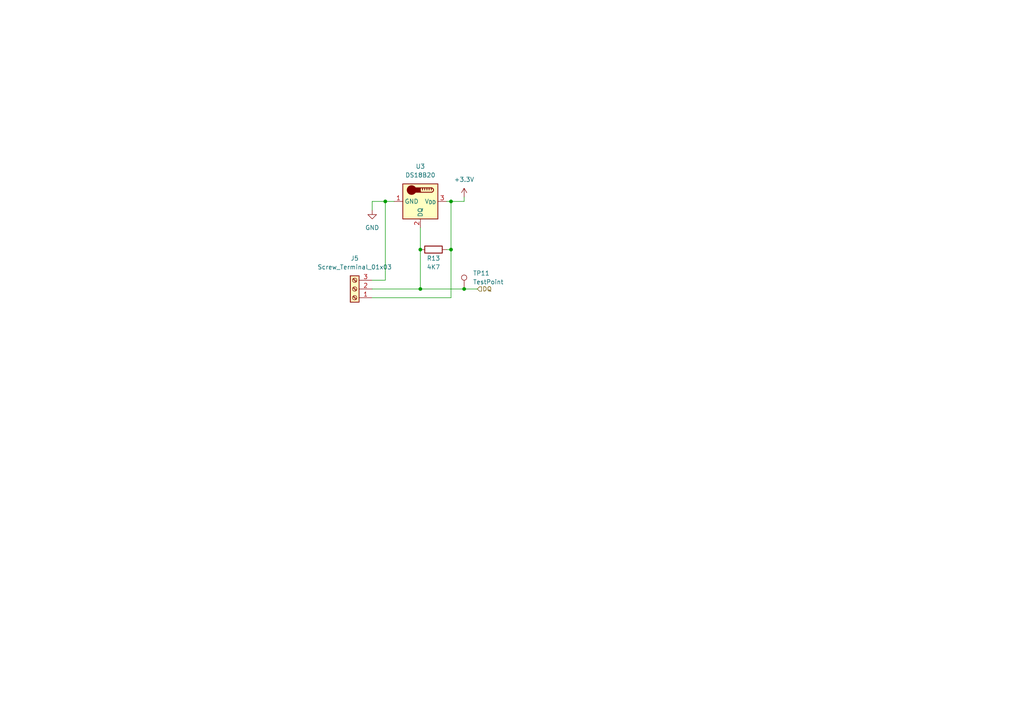
<source format=kicad_sch>
(kicad_sch (version 20230121) (generator eeschema)
  (paper "A4")
  (lib_symbols
    (symbol "Connector:Screw_Terminal_01x03" (pin_names (offset 1.016) hide)
      (property "Reference" "J" (at 0 5.08 0))
      (property "Value" "Screw_Terminal_01x03" (at 0 -5.08 0))
      (symbol "Screw_Terminal_01x03_1_1"
        (rectangle (start -1.27 3.81) (end 1.27 -3.81) (stroke (width 0.254)) (fill (type background)))
        (circle (center 0 -2.54) (radius 0.635) (stroke (width 0.1524)))
        (polyline (pts (xy -0.5334 -2.2098) (xy 0.3302 -3.048)) (stroke (width 0.1524)))
        (polyline (pts (xy -0.5334 0.3302) (xy 0.3302 -0.508)) (stroke (width 0.1524)))
        (polyline (pts (xy -0.5334 2.8702) (xy 0.3302 2.032)) (stroke (width 0.1524)))
        (polyline (pts (xy -0.3556 -2.032) (xy 0.508 -2.8702)) (stroke (width 0.1524)))
        (polyline (pts (xy -0.3556 0.508) (xy 0.508 -0.3302)) (stroke (width 0.1524)))
        (polyline (pts (xy -0.3556 3.048) (xy 0.508 2.2098)) (stroke (width 0.1524)))
        (circle (center 0 0) (radius 0.635) (stroke (width 0.1524)))
        (circle (center 0 2.54) (radius 0.635) (stroke (width 0.1524)))
        (pin passive line (at -5.08 2.54 0) (length 3.81) (name "Pin_1") (number "1"))
        (pin passive line (at -5.08 0 0) (length 3.81) (name "Pin_2") (number "2"))
        (pin passive line (at -5.08 -2.54 0) (length 3.81) (name "Pin_3") (number "3"))
      )
    )
    (symbol "Connector:TestPoint" (pin_numbers hide) (pin_names (offset 0.762) hide)
      (property "Reference" "TP" (at 0 6.858 0))
      (property "Value" "TestPoint" (at 0 5.08 0))
      (symbol "TestPoint_0_1"
        (circle (center 0 3.302) (radius 0.762))
      )
      (symbol "TestPoint_1_1"
        (pin passive line (at 0 0 90) (length 2.54) (name "1") (number "1"))
      )
    )
    (symbol "Device:R" (pin_numbers hide) (pin_names (offset 0))
      (property "Reference" "R" (at 2.032 0 90))
      (property "Value" "R" (at 0 0 90))
      (symbol "R_0_1"
        (rectangle (start -1.016 -2.54) (end 1.016 2.54) (stroke (width 0.254)))
      )
      (symbol "R_1_1"
        (pin passive line (at 0 3.81 270) (length 1.27) (name "~") (number "1"))
        (pin passive line (at 0 -3.81 90) (length 1.27) (name "~") (number "2"))
      )
    )
    (symbol "Sensor_Temperature:DS18B20"
      (property "Reference" "U" (at -3.81 6.35 0))
      (property "Value" "DS18B20" (at 6.35 6.35 0))
      (symbol "DS18B20_0_1"
        (rectangle (start -5.08 5.08) (end 5.08 -5.08) (stroke (width 0.254)) (fill (type background)))
        (circle (center -3.302 -2.54) (radius 1.27) (stroke (width 0.254)) (fill (type outline)))
        (rectangle (start -2.667 -1.905) (end -3.937 0) (stroke (width 0.254)) (fill (type outline)))
        (arc (start -2.667 3.175) (mid -3.302 3.8073) (end -3.937 3.175) (stroke (width 0.254)))
        (polyline (pts (xy -3.937 0.635) (xy -3.302 0.635)) (stroke (width 0.254)))
        (polyline (pts (xy -3.937 1.27) (xy -3.302 1.27)) (stroke (width 0.254)))
        (polyline (pts (xy -3.937 1.905) (xy -3.302 1.905)) (stroke (width 0.254)))
        (polyline (pts (xy -3.937 2.54) (xy -3.302 2.54)) (stroke (width 0.254)))
        (polyline (pts (xy -3.937 3.175) (xy -3.937 0)) (stroke (width 0.254)))
        (polyline (pts (xy -3.937 3.175) (xy -3.302 3.175)) (stroke (width 0.254)))
        (polyline (pts (xy -2.667 3.175) (xy -2.667 0)) (stroke (width 0.254)))
      )
      (symbol "DS18B20_1_1"
        (pin power_in line (at 0 -7.62 90) (length 2.54) (name "GND") (number "1"))
        (pin bidirectional line (at 7.62 0 180) (length 2.54) (name "DQ") (number "2"))
        (pin power_in line (at 0 7.62 270) (length 2.54) (name "V_{DD}") (number "3"))
      )
    )
    (symbol "power:+3.3V" (power) (pin_names (offset 0))
      (property "Value" "+3.3V" (at 0 3.556 0))
      (symbol "+3.3V_0_1"
        (polyline (pts (xy -0.762 1.27) (xy 0 2.54)))
        (polyline (pts (xy 0 0) (xy 0 2.54)))
        (polyline (pts (xy 0 2.54) (xy 0.762 1.27)))
      )
      (symbol "+3.3V_1_1"
        (pin power_in line (at 0 0 90) (length 0) hide (name "+3.3V") (number "1"))
      )
    )
    (symbol "power:GND" (power) (pin_names (offset 0))
      (property "Value" "GND" (at 0 -3.81 0))
      (symbol "GND_0_1"
        (polyline (pts (xy 0 0) (xy 0 -1.27) (xy 1.27 -1.27) (xy 0 -2.54) (xy -1.27 -1.27) (xy 0 -1.27)))
      )
      (symbol "GND_1_1"
        (pin power_in line (at 0 0 270) (length 0) hide (name "GND") (number "1"))
      )
    )
  )
  (junction (at 111.76 58.42))
  (junction (at 130.81 58.42))
  (junction (at 134.62 83.82))
  (junction (at 121.92 83.82))
  (junction (at 121.92 72.39))
  (junction (at 130.81 72.39))
  (wire (pts (xy 134.62 58.42) (xy 130.81 58.42)))
  (wire (pts (xy 121.92 72.39) (xy 121.92 83.82)))
  (wire (pts (xy 134.62 83.82) (xy 138.43 83.82)))
  (wire (pts (xy 114.3 58.42) (xy 111.76 58.42)))
  (wire (pts (xy 129.54 72.39) (xy 130.81 72.39)))
  (wire (pts (xy 130.81 86.36) (xy 107.95 86.36)))
  (wire (pts (xy 121.92 83.82) (xy 107.95 83.82)))
  (wire (pts (xy 129.54 58.42) (xy 130.81 58.42)))
  (wire (pts (xy 121.92 66.04) (xy 121.92 72.39)))
  (wire (pts (xy 107.95 58.42) (xy 111.76 58.42)))
  (wire (pts (xy 130.81 58.42) (xy 130.81 72.39)))
  (wire (pts (xy 107.95 60.96) (xy 107.95 58.42)))
  (wire (pts (xy 111.76 58.42) (xy 111.76 81.28)))
  (wire (pts (xy 130.81 72.39) (xy 130.81 86.36)))
  (wire (pts (xy 121.92 83.82) (xy 134.62 83.82)))
  (wire (pts (xy 134.62 57.15) (xy 134.62 58.42)))
  (wire (pts (xy 107.95 81.28) (xy 111.76 81.28)))
  (hierarchical_label "DQ" (shape input) (at 138.43 83.82 0))
  (symbol (lib_id "Device:R") (at 125.73 72.39 270) (unit 1)
    (property "Reference" "R13" (at 125.73 74.93 90))
    (property "Value" "4K7" (at 125.73 77.47 90))
    (property "Footprint" "Resistor_SMD:R_0603_1608Metric" (effects hide))
    (property "Manufacturer_Part_Number" "RTX034701BDTP" (effects hide))
    (instances (project "v0_2" (path "" (reference "R13") (unit 1)) (path "" (reference "R14") (unit 1))))
  )
  (symbol (lib_id "power:+3.3V") (at 134.62 57.15 0) (unit 1)
    (property "Reference" "#PWR035" (effects hide))
    (property "Value" "+3.3V" (at 134.62 52.07 0))
  )
  (symbol (lib_id "power:GND") (at 107.95 60.96 0) (unit 1)
    (property "Reference" "#PWR034" (effects hide))
    (property "Value" "GND" (at 107.95 66.04 0))
  )
  (symbol (lib_id "Connector:Screw_Terminal_01x03") (at 102.87 83.82 180) (unit 1)
    (property "Reference" "J5" (at 102.87 74.93 0))
    (property "Value" "Screw_Terminal_01x03" (at 102.87 77.47 0))
    (property "Footprint" "TerminalBlock:TerminalBlock_Altech_AK300-3_P5.00mm" (effects hide))
  )
  (symbol (lib_id "Sensor_Temperature:DS18B20") (at 121.92 58.42 270) (unit 1)
    (property "Reference" "U3" (at 121.92 48.26 90))
    (property "Value" "DS18B20" (at 121.92 50.8 90))
    (property "Footprint" "Package_TO_SOT_THT:TO-92_Inline" (effects hide))
    (property "Datasheet" "http://datasheets.maximintegrated.com/en/ds/DS18B20.pdf" (effects hide))
  )
  (symbol (lib_id "Connector:TestPoint") (at 134.62 83.82 0) (unit 1)
    (property "Reference" "TP11" (at 137.16 79.248 0) (effects (justify left)))
    (property "Value" "TestPoint" (at 137.16 81.788 0) (effects (justify left)))
    (property "Footprint" "TestPoint:TestPoint_Pad_D1.0mm" (effects hide))
    (instances (project "v0_2" (path "" (reference "TP11") (unit 1)) (path "" (reference "TP12") (unit 1))))
  )
)
</source>
